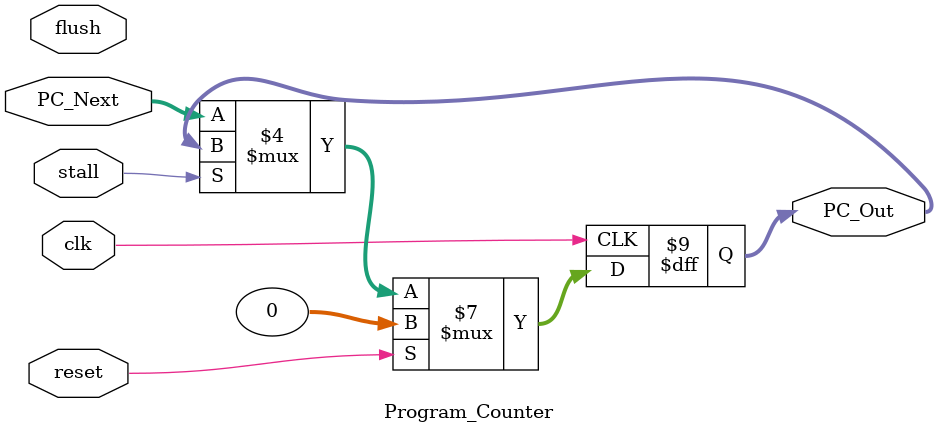
<source format=sv>
module Program_Counter(clk, reset, stall, flush, PC_Next, PC_Out);
	input logic clk, reset, stall, flush;
	input logic [31:0] PC_Next;
	output logic [31:0] PC_Out;
	
	always_ff@(posedge clk) begin
		if(reset) begin
			PC_Out <= 32'h00000000;
		end else begin
			if((~stall)) begin
				PC_Out <= PC_Next;
			end
			else begin
				PC_Out <= PC_Out;
			end
		end
	end
endmodule
</source>
